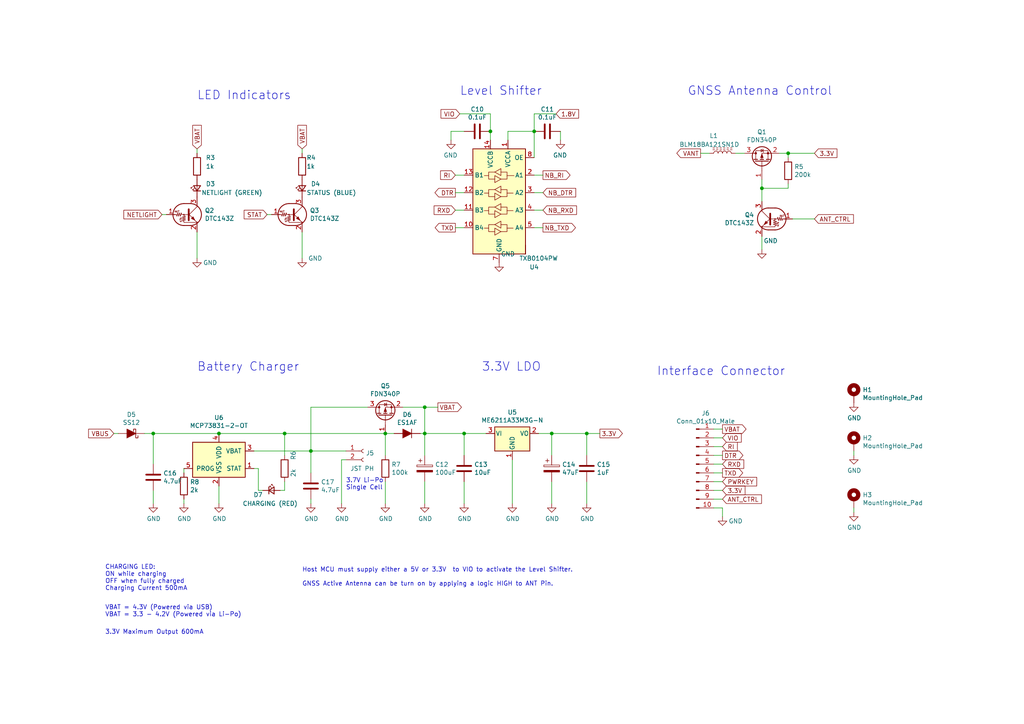
<source format=kicad_sch>
(kicad_sch (version 20230121) (generator eeschema)
  (paper "A4")
  (title_block (title "TechStudio.Design SIM7080G NB-IoT Shield") (date "2021-08-25") (rev "V1.2") (company "www.techstudio.design") (comment 3 "Copyright: Tech Studio Design, 2021") (comment 4 "Designed By: Henry Cheung"))
  (lib_symbols
    (symbol "Device:C" (pin_numbers hide) (pin_names (offset 0.254))
      (property "Reference" "C" (at 0.635 2.54 0))
      (property "Value" "C" (at 0.635 -2.54 0))
      (symbol "C_0_1"
        (polyline (pts (xy -2.032 -0.762) (xy 2.032 -0.762)) (stroke (width 0.508)))
        (polyline (pts (xy -2.032 0.762) (xy 2.032 0.762)) (stroke (width 0.508)))
      )
      (symbol "C_1_1"
        (pin passive line (at 0 3.81 270) (length 2.794) (name "~") (number "1"))
        (pin passive line (at 0 -3.81 90) (length 2.794) (name "~") (number "2"))
      )
    )
    (symbol "Device:LED_Small" (pin_numbers hide) (pin_names (offset 0.254) hide)
      (property "Reference" "D" (at -1.27 3.175 0))
      (property "Value" "LED_Small" (at -4.445 -2.54 0))
      (symbol "LED_Small_0_1"
        (polyline (pts (xy -0.762 -1.016) (xy -0.762 1.016)) (stroke (width 0.254)))
        (polyline (pts (xy 1.016 0) (xy -0.762 0)))
        (polyline (pts (xy 0.762 -1.016) (xy -0.762 0) (xy 0.762 1.016) (xy 0.762 -1.016)) (stroke (width 0.254)))
        (polyline (pts (xy 0 0.762) (xy -0.508 1.27) (xy -0.254 1.27) (xy -0.508 1.27) (xy -0.508 1.016)))
        (polyline (pts (xy 0.508 1.27) (xy 0 1.778) (xy 0.254 1.778) (xy 0 1.778) (xy 0 1.524)))
      )
      (symbol "LED_Small_1_1"
        (pin passive line (at -2.54 0 0) (length 1.778) (name "K") (number "1"))
        (pin passive line (at 2.54 0 180) (length 1.778) (name "A") (number "2"))
      )
    )
    (symbol "Device:Q_PMOS_GSD" (pin_names (offset 0) hide)
      (property "Reference" "Q" (at 5.08 1.27 0))
      (property "Value" "Q_PMOS_GSD" (at 5.08 -1.27 0))
      (symbol "Q_PMOS_GSD_0_1"
        (polyline (pts (xy 0.254 0) (xy -2.54 0)))
        (polyline (pts (xy 0.254 1.905) (xy 0.254 -1.905)) (stroke (width 0.254)))
        (polyline (pts (xy 0.762 -1.27) (xy 0.762 -2.286)) (stroke (width 0.254)))
        (polyline (pts (xy 0.762 0.508) (xy 0.762 -0.508)) (stroke (width 0.254)))
        (polyline (pts (xy 0.762 2.286) (xy 0.762 1.27)) (stroke (width 0.254)))
        (polyline (pts (xy 2.54 2.54) (xy 2.54 1.778)))
        (polyline (pts (xy 2.54 -2.54) (xy 2.54 0) (xy 0.762 0)))
        (polyline (pts (xy 0.762 1.778) (xy 3.302 1.778) (xy 3.302 -1.778) (xy 0.762 -1.778)))
        (polyline (pts (xy 2.286 0) (xy 1.27 0.381) (xy 1.27 -0.381) (xy 2.286 0)) (fill (type outline)))
        (polyline (pts (xy 2.794 -0.508) (xy 2.921 -0.381) (xy 3.683 -0.381) (xy 3.81 -0.254)))
        (polyline (pts (xy 3.302 -0.381) (xy 2.921 0.254) (xy 3.683 0.254) (xy 3.302 -0.381)))
        (circle (center 1.651 0) (radius 2.794) (stroke (width 0.254)))
        (circle (center 2.54 -1.778) (radius 0.254) (fill (type outline)))
        (circle (center 2.54 1.778) (radius 0.254) (fill (type outline)))
      )
      (symbol "Q_PMOS_GSD_1_1"
        (pin input line (at -5.08 0 0) (length 2.54) (name "G") (number "1"))
        (pin passive line (at 2.54 -5.08 90) (length 2.54) (name "S") (number "2"))
        (pin passive line (at 2.54 5.08 270) (length 2.54) (name "D") (number "3"))
      )
    )
    (symbol "Device:R" (pin_numbers hide) (pin_names (offset 0))
      (property "Reference" "R" (at 2.032 0 90))
      (property "Value" "R" (at 0 0 90))
      (symbol "R_0_1"
        (rectangle (start -1.016 -2.54) (end 1.016 2.54) (stroke (width 0.254)))
      )
      (symbol "R_1_1"
        (pin passive line (at 0 3.81 270) (length 1.27) (name "~") (number "1"))
        (pin passive line (at 0 -3.81 90) (length 1.27) (name "~") (number "2"))
      )
    )
    (symbol "Mechanical:MountingHole_Pad" (pin_numbers hide) (pin_names (offset 1.016) hide)
      (property "Reference" "H" (at 0 6.35 0))
      (property "Value" "MountingHole_Pad" (at 0 4.445 0))
      (symbol "MountingHole_Pad_0_1"
        (circle (center 0 1.27) (radius 1.27) (stroke (width 1.27)))
      )
      (symbol "MountingHole_Pad_1_1"
        (pin input line (at 0 -2.54 90) (length 2.54) (name "1") (number "1"))
      )
    )
    (symbol "Regulator_Linear:APE8865N-33-HF-3" (pin_names (offset 0.254))
      (property "Reference" "U" (at -3.81 3.175 0))
      (property "Value" "APE8865N-33-HF-3" (at 0 3.175 0))
      (symbol "APE8865N-33-HF-3_0_1"
        (rectangle (start -5.08 1.905) (end 5.08 -5.08) (stroke (width 0.254)) (fill (type background)))
      )
      (symbol "APE8865N-33-HF-3_1_1"
        (pin power_in line (at 0 -7.62 90) (length 2.54) (name "GND") (number "1"))
        (pin power_out line (at 7.62 0 180) (length 2.54) (name "VO") (number "2"))
        (pin power_in line (at -7.62 0 0) (length 2.54) (name "VI") (number "3"))
      )
    )
    (symbol "SIM7080-rescue:CP-Device" (pin_numbers hide) (pin_names (offset 0.254))
      (property "Reference" "C" (at 0.635 2.54 0))
      (property "Value" "Device_CP" (at 0.635 -2.54 0))
      (symbol "CP-Device_0_1"
        (rectangle (start -2.286 0.508) (end 2.286 1.016))
        (polyline (pts (xy -1.778 2.286) (xy -0.762 2.286)))
        (polyline (pts (xy -1.27 2.794) (xy -1.27 1.778)))
        (rectangle (start 2.286 -0.508) (end -2.286 -1.016) (fill (type outline)))
      )
      (symbol "CP-Device_1_1"
        (pin passive line (at 0 3.81 270) (length 2.794) (name "~") (number "1"))
        (pin passive line (at 0 -3.81 90) (length 2.794) (name "~") (number "2"))
      )
    )
    (symbol "SIM7080-rescue:Conn_01x02_Female-Connector" (pin_names (offset 1.016) hide)
      (property "Reference" "J" (at 0 2.54 0))
      (property "Value" "Connector_Conn_01x02_Female" (at 0 -5.08 0))
      (symbol "Conn_01x02_Female-Connector_1_1"
        (arc (start 0 -2.032) (mid -0.5058 -2.54) (end 0 -3.048) (stroke (width 0.1524)))
        (polyline (pts (xy -1.27 -2.54) (xy -0.508 -2.54)) (stroke (width 0.1524)))
        (polyline (pts (xy -1.27 0) (xy -0.508 0)) (stroke (width 0.1524)))
        (arc (start 0 0.508) (mid -0.5058 0) (end 0 -0.508) (stroke (width 0.1524)))
        (pin passive line (at -5.08 0 0) (length 3.81) (name "Pin_1") (number "1"))
        (pin passive line (at -5.08 -2.54 0) (length 3.81) (name "Pin_2") (number "2"))
      )
    )
    (symbol "SIM7080-rescue:Conn_01x10_Male-Connector" (pin_names (offset 1.016) hide)
      (property "Reference" "J" (at 0 12.7 0))
      (property "Value" "Connector_Conn_01x10_Male" (at 0 -15.24 0))
      (symbol "Conn_01x10_Male-Connector_1_1"
        (polyline (pts (xy 1.27 -12.7) (xy 0.8636 -12.7)) (stroke (width 0.1524)))
        (polyline (pts (xy 1.27 -10.16) (xy 0.8636 -10.16)) (stroke (width 0.1524)))
        (polyline (pts (xy 1.27 -7.62) (xy 0.8636 -7.62)) (stroke (width 0.1524)))
        (polyline (pts (xy 1.27 -5.08) (xy 0.8636 -5.08)) (stroke (width 0.1524)))
        (polyline (pts (xy 1.27 -2.54) (xy 0.8636 -2.54)) (stroke (width 0.1524)))
        (polyline (pts (xy 1.27 0) (xy 0.8636 0)) (stroke (width 0.1524)))
        (polyline (pts (xy 1.27 2.54) (xy 0.8636 2.54)) (stroke (width 0.1524)))
        (polyline (pts (xy 1.27 5.08) (xy 0.8636 5.08)) (stroke (width 0.1524)))
        (polyline (pts (xy 1.27 7.62) (xy 0.8636 7.62)) (stroke (width 0.1524)))
        (polyline (pts (xy 1.27 10.16) (xy 0.8636 10.16)) (stroke (width 0.1524)))
        (rectangle (start 0.8636 -12.573) (end 0 -12.827) (stroke (width 0.1524)) (fill (type outline)))
        (rectangle (start 0.8636 -10.033) (end 0 -10.287) (stroke (width 0.1524)) (fill (type outline)))
        (rectangle (start 0.8636 -7.493) (end 0 -7.747) (stroke (width 0.1524)) (fill (type outline)))
        (rectangle (start 0.8636 -4.953) (end 0 -5.207) (stroke (width 0.1524)) (fill (type outline)))
        (rectangle (start 0.8636 -2.413) (end 0 -2.667) (stroke (width 0.1524)) (fill (type outline)))
        (rectangle (start 0.8636 0.127) (end 0 -0.127) (stroke (width 0.1524)) (fill (type outline)))
        (rectangle (start 0.8636 2.667) (end 0 2.413) (stroke (width 0.1524)) (fill (type outline)))
        (rectangle (start 0.8636 5.207) (end 0 4.953) (stroke (width 0.1524)) (fill (type outline)))
        (rectangle (start 0.8636 7.747) (end 0 7.493) (stroke (width 0.1524)) (fill (type outline)))
        (rectangle (start 0.8636 10.287) (end 0 10.033) (stroke (width 0.1524)) (fill (type outline)))
        (pin passive line (at 5.08 10.16 180) (length 3.81) (name "Pin_1") (number "1"))
        (pin passive line (at 5.08 -12.7 180) (length 3.81) (name "Pin_10") (number "10"))
        (pin passive line (at 5.08 7.62 180) (length 3.81) (name "Pin_2") (number "2"))
        (pin passive line (at 5.08 5.08 180) (length 3.81) (name "Pin_3") (number "3"))
        (pin passive line (at 5.08 2.54 180) (length 3.81) (name "Pin_4") (number "4"))
        (pin passive line (at 5.08 0 180) (length 3.81) (name "Pin_5") (number "5"))
        (pin passive line (at 5.08 -2.54 180) (length 3.81) (name "Pin_6") (number "6"))
        (pin passive line (at 5.08 -5.08 180) (length 3.81) (name "Pin_7") (number "7"))
        (pin passive line (at 5.08 -7.62 180) (length 3.81) (name "Pin_8") (number "8"))
        (pin passive line (at 5.08 -10.16 180) (length 3.81) (name "Pin_9") (number "9"))
      )
    )
    (symbol "SIM7080-rescue:D_ALT-Device" (pin_numbers hide) (pin_names (offset 1.016) hide)
      (property "Reference" "D" (at 0 2.54 0))
      (property "Value" "Device_D_ALT" (at 0 -2.54 0))
      (symbol "D_ALT-Device_0_1"
        (polyline (pts (xy -1.27 1.27) (xy -1.27 -1.27)) (stroke (width 0.2032)))
        (polyline (pts (xy 1.27 0) (xy -1.27 0)))
        (polyline (pts (xy 1.27 1.27) (xy 1.27 -1.27) (xy -1.27 0) (xy 1.27 1.27)) (stroke (width 0.2032)) (fill (type outline)))
      )
      (symbol "D_ALT-Device_1_1"
        (pin passive line (at -3.81 0 0) (length 2.54) (name "K") (number "1"))
        (pin passive line (at 3.81 0 180) (length 2.54) (name "A") (number "2"))
      )
    )
    (symbol "SIM7080-rescue:D_Schottky_ALT-Device" (pin_numbers hide) (pin_names (offset 1.016) hide)
      (property "Reference" "D" (at 0 2.54 0))
      (property "Value" "Device_D_Schottky_ALT" (at 0 -2.54 0))
      (symbol "D_Schottky_ALT-Device_0_1"
        (polyline (pts (xy 1.27 0) (xy -1.27 0)))
        (polyline (pts (xy 1.27 1.27) (xy 1.27 -1.27) (xy -1.27 0) (xy 1.27 1.27)) (stroke (width 0.2032)) (fill (type outline)))
        (polyline (pts (xy -1.905 0.635) (xy -1.905 1.27) (xy -1.27 1.27) (xy -1.27 -1.27) (xy -0.635 -1.27) (xy -0.635 -0.635)) (stroke (width 0.2032)))
      )
      (symbol "D_Schottky_ALT-Device_1_1"
        (pin passive line (at -3.81 0 0) (length 2.54) (name "K") (number "1"))
        (pin passive line (at 3.81 0 180) (length 2.54) (name "A") (number "2"))
      )
    )
    (symbol "SIM7080-rescue:L_Core_Ferrite-Device" (pin_numbers hide) (pin_names (offset 1.016) hide)
      (property "Reference" "L" (at -1.27 0 90))
      (property "Value" "Device_L_Core_Ferrite" (at 2.794 0 90))
      (symbol "L_Core_Ferrite-Device_0_1"
        (arc (start 0 -2.54) (mid 0.6323 -1.905) (end 0 -1.27))
        (arc (start 0 -1.27) (mid 0.6323 -0.635) (end 0 0))
        (polyline (pts (xy 1.016 -2.794) (xy 1.016 -2.286)))
        (polyline (pts (xy 1.016 -1.778) (xy 1.016 -1.27)))
        (polyline (pts (xy 1.016 -0.762) (xy 1.016 -0.254)))
        (polyline (pts (xy 1.016 0.254) (xy 1.016 0.762)))
        (polyline (pts (xy 1.016 1.27) (xy 1.016 1.778)))
        (polyline (pts (xy 1.016 2.286) (xy 1.016 2.794)))
        (polyline (pts (xy 1.524 -2.286) (xy 1.524 -2.794)))
        (polyline (pts (xy 1.524 -1.27) (xy 1.524 -1.778)))
        (polyline (pts (xy 1.524 -0.254) (xy 1.524 -0.762)))
        (polyline (pts (xy 1.524 0.762) (xy 1.524 0.254)))
        (polyline (pts (xy 1.524 1.778) (xy 1.524 1.27)))
        (polyline (pts (xy 1.524 2.794) (xy 1.524 2.286)))
        (arc (start 0 0) (mid 0.6323 0.635) (end 0 1.27))
        (arc (start 0 1.27) (mid 0.6323 1.905) (end 0 2.54))
      )
      (symbol "L_Core_Ferrite-Device_1_1"
        (pin passive line (at 0 3.81 270) (length 1.27) (name "1") (number "1"))
        (pin passive line (at 0 -3.81 90) (length 1.27) (name "2") (number "2"))
      )
    )
    (symbol "SIM7080-rescue:MCP73831-2-OT-Battery_Management" (pin_names (offset 1.016))
      (property "Reference" "U" (at -7.62 6.35 0))
      (property "Value" "Battery_Management_MCP73831-2-OT" (at 1.27 6.35 0))
      (symbol "MCP73831-2-OT-Battery_Management_0_1"
        (rectangle (start -7.62 5.08) (end 7.62 -5.08) (stroke (width 0.254)) (fill (type background)))
      )
      (symbol "MCP73831-2-OT-Battery_Management_1_1"
        (pin output line (at 10.16 -2.54 180) (length 2.54) (name "STAT") (number "1"))
        (pin power_in line (at 0 -7.62 90) (length 2.54) (name "VSS") (number "2"))
        (pin power_out line (at 10.16 2.54 180) (length 2.54) (name "VBAT") (number "3"))
        (pin power_in line (at 0 7.62 270) (length 2.54) (name "VDD") (number "4"))
        (pin input line (at -10.16 -2.54 0) (length 2.54) (name "PROG") (number "5"))
      )
    )
    (symbol "SIM7080-rescue:TXB0104PW-Logic_LevelTranslator"
      (property "Reference" "U" (at -6.35 16.51 0))
      (property "Value" "Logic_LevelTranslator_TXB0104PW" (at 3.81 16.51 0))
      (symbol "TXB0104PW-Logic_LevelTranslator_0_1"
        (rectangle (start -7.62 -15.24) (end -7.62 -12.7) (stroke (width 0.254)))
        (rectangle (start -7.62 15.24) (end 7.62 -15.24) (stroke (width 0.254)) (fill (type background)))
        (polyline (pts (xy -2.286 -7.747) (xy -2.286 -6.731) (xy -0.508 -6.731)))
        (polyline (pts (xy -2.286 -2.667) (xy -2.286 -1.651) (xy -0.508 -1.651)))
        (polyline (pts (xy -2.286 2.413) (xy -2.286 3.429) (xy -0.508 3.429)))
        (polyline (pts (xy -2.286 7.493) (xy -2.286 8.509) (xy -0.508 8.509)))
        (polyline (pts (xy 3.048 -7.747) (xy 3.048 -8.763) (xy 1.27 -8.763)))
        (polyline (pts (xy 3.048 -2.667) (xy 3.048 -3.683) (xy 1.27 -3.683)))
        (polyline (pts (xy 3.048 2.413) (xy 3.048 1.397) (xy 1.27 1.397)))
        (polyline (pts (xy 3.048 7.493) (xy 3.048 6.477) (xy 1.27 6.477)))
        (polyline (pts (xy -0.508 -8.763) (xy -2.286 -8.763) (xy -2.286 -7.747) (xy -4.064 -7.747)))
        (polyline (pts (xy -0.508 -8.763) (xy 1.27 -7.747) (xy 1.27 -9.779) (xy -0.508 -8.763)))
        (polyline (pts (xy -0.508 -3.683) (xy -2.286 -3.683) (xy -2.286 -2.667) (xy -4.064 -2.667)))
        (polyline (pts (xy -0.508 -3.683) (xy 1.27 -2.667) (xy 1.27 -4.699) (xy -0.508 -3.683)))
        (polyline (pts (xy -0.508 1.397) (xy -2.286 1.397) (xy -2.286 2.413) (xy -4.064 2.413)))
        (polyline (pts (xy -0.508 1.397) (xy 1.27 2.413) (xy 1.27 0.381) (xy -0.508 1.397)))
        (polyline (pts (xy -0.508 6.477) (xy -2.286 6.477) (xy -2.286 7.493) (xy -4.318 7.493)))
        (polyline (pts (xy -0.508 6.477) (xy 1.27 7.493) (xy 1.27 5.461) (xy -0.508 6.477)))
        (polyline (pts (xy 1.27 -6.731) (xy -0.508 -7.747) (xy -0.508 -5.715) (xy 1.27 -6.731)))
        (polyline (pts (xy 1.27 -6.731) (xy 3.048 -6.731) (xy 3.048 -7.747) (xy 4.318 -7.747)))
        (polyline (pts (xy 1.27 -1.651) (xy -0.508 -2.667) (xy -0.508 -0.635) (xy 1.27 -1.651)))
        (polyline (pts (xy 1.27 -1.651) (xy 3.048 -1.651) (xy 3.048 -2.667) (xy 4.318 -2.667)))
        (polyline (pts (xy 1.27 3.429) (xy -0.508 2.413) (xy -0.508 4.445) (xy 1.27 3.429)))
        (polyline (pts (xy 1.27 3.429) (xy 3.048 3.429) (xy 3.048 2.413) (xy 4.318 2.413)))
        (polyline (pts (xy 1.27 8.509) (xy -0.508 7.493) (xy -0.508 9.525) (xy 1.27 8.509)))
        (polyline (pts (xy 1.27 8.509) (xy 3.048 8.509) (xy 3.048 7.493) (xy 4.318 7.493)))
      )
      (symbol "TXB0104PW-Logic_LevelTranslator_1_1"
        (pin power_in line (at -2.54 17.78 270) (length 2.54) (name "VCCA") (number "1"))
        (pin bidirectional line (at 10.16 -7.62 180) (length 2.54) (name "B4") (number "10"))
        (pin bidirectional line (at 10.16 -2.54 180) (length 2.54) (name "B3") (number "11"))
        (pin bidirectional line (at 10.16 2.54 180) (length 2.54) (name "B2") (number "12"))
        (pin bidirectional line (at 10.16 7.62 180) (length 2.54) (name "B1") (number "13"))
        (pin power_in line (at 2.54 17.78 270) (length 2.54) (name "VCCB") (number "14"))
        (pin bidirectional line (at -10.16 7.62 0) (length 2.54) (name "A1") (number "2"))
        (pin bidirectional line (at -10.16 2.54 0) (length 2.54) (name "A2") (number "3"))
        (pin bidirectional line (at -10.16 -2.54 0) (length 2.54) (name "A3") (number "4"))
        (pin bidirectional line (at -10.16 -7.62 0) (length 2.54) (name "A4") (number "5"))
        (pin no_connect line (at -10.16 -12.7 0) (length 2.54) hide (name "NC") (number "6"))
        (pin power_in line (at 0 -17.78 90) (length 2.54) (name "GND") (number "7"))
        (pin input line (at -10.16 12.7 0) (length 2.54) (name "OE") (number "8"))
        (pin no_connect line (at 10.16 -12.7 180) (length 2.54) hide (name "NC") (number "9"))
      )
    )
    (symbol "Transistor_BJT:DTC143Z" (pin_names (offset 0) hide)
      (property "Reference" "Q" (at 5.08 1.905 0))
      (property "Value" "DTC143Z" (at 5.08 0 0))
      (symbol "DTC143Z_0_0"
        (text "47k" (at -2.159 -1.524 900) (effects (font (size 0.508 0.508))))
        (text "4k7" (at -3.302 0.889 0) (effects (font (size 0.508 0.508))))
      )
      (symbol "DTC143Z_0_1"
        (circle (center -1.27 0) (radius 0.127))
        (arc (start -1.27 3.175) (mid -4.4312 0) (end -1.27 -3.175) (stroke (width 0.254)))
        (polyline (pts (xy -3.429 0) (xy -3.81 0)))
        (polyline (pts (xy -1.27 -3.175) (xy 0.635 -3.175)) (stroke (width 0.254)))
        (polyline (pts (xy -1.27 3.175) (xy 0.635 3.175)) (stroke (width 0.254)))
        (polyline (pts (xy 0 -0.254) (xy 2.54 2.286)))
        (polyline (pts (xy 0.127 1.524) (xy 0.127 -1.651)) (stroke (width 0.508)) (fill (type outline)))
        (polyline (pts (xy 2.54 2.286) (xy 2.54 2.54)))
        (polyline (pts (xy 2.54 -2.286) (xy 0 0.254) (xy 0 0.254)))
        (polyline (pts (xy 0.889 -1.143) (xy 1.397 -0.635) (xy 1.905 -1.651) (xy 0.889 -1.143)) (fill (type outline)))
        (polyline (pts (xy 0 0) (xy -1.905 0) (xy -2.032 0.508) (xy -2.286 -0.508) (xy -2.54 0.508) (xy -2.794 -0.508) (xy -3.048 0.508) (xy -3.302 -0.508) (xy -3.429 0)))
        (polyline (pts (xy -1.27 0) (xy -1.27 -0.381) (xy -0.762 -0.508) (xy -1.778 -0.762) (xy -0.762 -1.016) (xy -1.778 -1.27) (xy -0.762 -1.524) (xy -1.778 -1.778) (xy -1.27 -1.905) (xy -1.27 -2.286) (xy 2.54 -2.286)))
        (arc (start 0.635 -3.175) (mid 3.7962 0) (end 0.635 3.175) (stroke (width 0.254)))
        (circle (center 2.54 -2.286) (radius 0.127))
      )
      (symbol "DTC143Z_1_1"
        (pin input line (at -6.35 0 0) (length 2.54) (name "B") (number "1"))
        (pin passive line (at 2.54 -5.08 90) (length 2.54) (name "E") (number "2"))
        (pin passive line (at 2.54 5.08 270) (length 2.54) (name "C") (number "3"))
      )
    )
    (symbol "power:GND" (power) (pin_names (offset 0))
      (property "Value" "GND" (at 0 -3.81 0))
      (symbol "GND_0_1"
        (polyline (pts (xy 0 0) (xy 0 -1.27) (xy 1.27 -1.27) (xy 0 -2.54) (xy -1.27 -1.27) (xy 0 -1.27)))
      )
      (symbol "GND_1_1"
        (pin power_in line (at 0 0 270) (length 0) hide (name "GND") (number "1"))
      )
    )
  )
  (junction (at 154.94 38.1))
  (junction (at 220.98 54.61))
  (junction (at 111.76 125.73))
  (junction (at 63.5 125.73))
  (junction (at 142.24 38.1))
  (junction (at 90.17 130.81))
  (junction (at 160.02 125.73))
  (junction (at 123.19 118.11))
  (junction (at 228.6 44.45))
  (junction (at 123.19 125.73))
  (junction (at 82.55 125.73))
  (junction (at 134.62 125.73))
  (junction (at 44.45 125.73))
  (junction (at 170.18 125.73))
  (wire (pts (xy 82.55 139.7) (xy 82.55 142.24)))
  (wire (pts (xy 82.55 142.24) (xy 81.28 142.24)))
  (wire (pts (xy 247.65 130.81) (xy 247.65 132.08)))
  (wire (pts (xy 90.17 144.78) (xy 90.17 146.05)))
  (wire (pts (xy 41.91 125.73) (xy 44.45 125.73)))
  (wire (pts (xy 82.55 125.73) (xy 63.5 125.73)))
  (wire (pts (xy 44.45 125.73) (xy 63.5 125.73)))
  (wire (pts (xy 111.76 139.7) (xy 111.76 146.05)))
  (wire (pts (xy 170.18 125.73) (xy 170.18 132.08)))
  (wire (pts (xy 236.22 63.5) (xy 229.87 63.5)))
  (wire (pts (xy 57.15 67.31) (xy 57.15 74.93)))
  (wire (pts (xy 154.94 38.1) (xy 154.94 45.72)))
  (wire (pts (xy 154.94 33.02) (xy 154.94 38.1)))
  (wire (pts (xy 247.65 147.32) (xy 247.65 148.59)))
  (wire (pts (xy 132.08 60.96) (xy 134.62 60.96)))
  (wire (pts (xy 134.62 125.73) (xy 140.97 125.73)))
  (wire (pts (xy 123.19 125.73) (xy 134.62 125.73)))
  (wire (pts (xy 90.17 130.81) (xy 90.17 137.16)))
  (wire (pts (xy 134.62 146.05) (xy 134.62 139.7)))
  (wire (pts (xy 34.29 125.73) (xy 33.02 125.73)))
  (wire (pts (xy 44.45 142.24) (xy 44.45 146.05)))
  (wire (pts (xy 228.6 54.61) (xy 228.6 53.34)))
  (wire (pts (xy 134.62 132.08) (xy 134.62 125.73)))
  (wire (pts (xy 57.15 43.18) (xy 57.15 44.45)))
  (wire (pts (xy 133.35 33.02) (xy 142.24 33.02)))
  (wire (pts (xy 207.01 127) (xy 209.55 127)))
  (wire (pts (xy 74.93 142.24) (xy 74.93 135.89)))
  (wire (pts (xy 228.6 44.45) (xy 226.06 44.45)))
  (wire (pts (xy 46.99 62.23) (xy 48.26 62.23)))
  (wire (pts (xy 207.01 134.62) (xy 209.55 134.62)))
  (wire (pts (xy 76.2 142.24) (xy 74.93 142.24)))
  (wire (pts (xy 74.93 135.89) (xy 73.66 135.89)))
  (wire (pts (xy 123.19 139.7) (xy 123.19 146.05)))
  (wire (pts (xy 236.22 44.45) (xy 228.6 44.45)))
  (wire (pts (xy 157.48 50.8) (xy 154.94 50.8)))
  (wire (pts (xy 209.55 144.78) (xy 207.01 144.78)))
  (wire (pts (xy 157.48 55.88) (xy 154.94 55.88)))
  (wire (pts (xy 207.01 132.08) (xy 209.55 132.08)))
  (wire (pts (xy 220.98 54.61) (xy 220.98 58.42)))
  (wire (pts (xy 220.98 68.58) (xy 220.98 72.39)))
  (wire (pts (xy 63.5 140.97) (xy 63.5 146.05)))
  (wire (pts (xy 157.48 66.04) (xy 154.94 66.04)))
  (wire (pts (xy 73.66 130.81) (xy 90.17 130.81)))
  (wire (pts (xy 123.19 118.11) (xy 123.19 125.73)))
  (wire (pts (xy 209.55 147.32) (xy 209.55 149.86)))
  (wire (pts (xy 114.3 125.73) (xy 111.76 125.73)))
  (wire (pts (xy 220.98 54.61) (xy 228.6 54.61)))
  (wire (pts (xy 148.59 133.35) (xy 148.59 146.05)))
  (wire (pts (xy 130.81 38.1) (xy 130.81 40.64)))
  (wire (pts (xy 90.17 130.81) (xy 100.33 130.81)))
  (wire (pts (xy 160.02 125.73) (xy 160.02 132.08)))
  (wire (pts (xy 213.36 44.45) (xy 215.9 44.45)))
  (wire (pts (xy 116.84 118.11) (xy 123.19 118.11)))
  (wire (pts (xy 209.55 124.46) (xy 207.01 124.46)))
  (wire (pts (xy 162.56 38.1) (xy 162.56 40.64)))
  (wire (pts (xy 82.55 125.73) (xy 111.76 125.73)))
  (wire (pts (xy 53.34 144.78) (xy 53.34 146.05)))
  (wire (pts (xy 121.92 125.73) (xy 123.19 125.73)))
  (wire (pts (xy 207.01 129.54) (xy 209.55 129.54)))
  (wire (pts (xy 90.17 118.11) (xy 106.68 118.11)))
  (wire (pts (xy 173.99 125.73) (xy 170.18 125.73)))
  (wire (pts (xy 132.08 50.8) (xy 134.62 50.8)))
  (wire (pts (xy 87.63 67.31) (xy 87.63 74.93)))
  (wire (pts (xy 90.17 118.11) (xy 90.17 130.81)))
  (wire (pts (xy 160.02 139.7) (xy 160.02 146.05)))
  (wire (pts (xy 44.45 125.73) (xy 44.45 134.62)))
  (wire (pts (xy 111.76 125.73) (xy 111.76 132.08)))
  (wire (pts (xy 100.33 133.35) (xy 99.06 133.35)))
  (wire (pts (xy 82.55 125.73) (xy 82.55 132.08)))
  (wire (pts (xy 142.24 38.1) (xy 142.24 33.02)))
  (wire (pts (xy 77.47 62.23) (xy 78.74 62.23)))
  (wire (pts (xy 160.02 125.73) (xy 170.18 125.73)))
  (wire (pts (xy 134.62 38.1) (xy 130.81 38.1)))
  (wire (pts (xy 220.98 52.07) (xy 220.98 54.61)))
  (wire (pts (xy 209.55 142.24) (xy 207.01 142.24)))
  (wire (pts (xy 209.55 137.16) (xy 207.01 137.16)))
  (wire (pts (xy 132.08 66.04) (xy 134.62 66.04)))
  (wire (pts (xy 156.21 125.73) (xy 160.02 125.73)))
  (wire (pts (xy 207.01 147.32) (xy 209.55 147.32)))
  (wire (pts (xy 170.18 139.7) (xy 170.18 146.05)))
  (wire (pts (xy 228.6 45.72) (xy 228.6 44.45)))
  (wire (pts (xy 53.34 135.89) (xy 53.34 137.16)))
  (wire (pts (xy 209.55 139.7) (xy 207.01 139.7)))
  (wire (pts (xy 157.48 60.96) (xy 154.94 60.96)))
  (wire (pts (xy 154.94 38.1) (xy 147.32 38.1)))
  (wire (pts (xy 147.32 38.1) (xy 147.32 40.64)))
  (wire (pts (xy 161.29 33.02) (xy 154.94 33.02)))
  (wire (pts (xy 203.2 44.45) (xy 205.74 44.45)))
  (wire (pts (xy 123.19 118.11) (xy 127 118.11)))
  (wire (pts (xy 132.08 55.88) (xy 134.62 55.88)))
  (wire (pts (xy 99.06 133.35) (xy 99.06 146.05)))
  (wire (pts (xy 87.63 43.18) (xy 87.63 44.45)))
  (wire (pts (xy 123.19 125.73) (xy 123.19 132.08)))
  (wire (pts (xy 142.24 38.1) (xy 142.24 40.64)))
  (text "LED Indicators" (at 57.15 29.21 0) (effects (font (size 2.4892 2.4892)) (justify left bottom)))
  (text "Interface Connector" (at 190.5 109.22 0) (effects (font (size 2.4892 2.4892)) (justify left bottom)))
  (text "3.7V Li-Po\nSingle Cell" (at 100.33 142.24 0) (effects (font (size 1.27 1.27)) (justify left bottom)))
  (text "Battery Charger" (at 57.15 107.95 0) (effects (font (size 2.4892 2.4892)) (justify left bottom)))
  (text "Host MCU must supply either a 5V or 3.3V  to VIO to activate the Level Shifter.\n\nGNSS Active Antenna can be turn on by applying a logic HIGH to ANT Pin." (at 87.63 170.18 0) (effects (font (size 1.27 1.27)) (justify left bottom)))
  (text "Level Shifter" (at 133.35 27.94 0) (effects (font (size 2.4892 2.4892)) (justify left bottom)))
  (text "VBAT = 4.3V (Powered via USB)\nVBAT = 3.3 - 4.2V (Powered via Li-Po)" (at 30.48 179.07 0) (effects (font (size 1.27 1.27)) (justify left bottom)))
  (text "3.3V LDO" (at 139.7 107.95 0) (effects (font (size 2.4892 2.4892)) (justify left bottom)))
  (text "CHARGING LED:\nON while charging\nOFF when fully charged\nCharging Current 500mA" (at 30.48 171.45 0) (effects (font (size 1.27 1.27)) (justify left bottom)))
  (text "GNSS Antenna Control" (at 199.39 27.94 0) (effects (font (size 2.4892 2.4892)) (justify left bottom)))
  (text "3.3V Maximum Output 600mA" (at 30.48 184.15 0) (effects (font (size 1.27 1.27)) (justify left bottom)))
  (global_label "NB_TXD" (shape output) (at 157.48 66.04 0) (property "Intersheetrefs" "${INTERSHEET_REFS}" (effects hide)))
  (global_label "VIO" (shape input) (at 209.55 127 0) (property "Intersheetrefs" "${INTERSHEET_REFS}" (effects hide)))
  (global_label "NETLIGHT" (shape input) (at 46.99 62.23 180) (property "Intersheetrefs" "${INTERSHEET_REFS}" (effects hide)))
  (global_label "STAT" (shape input) (at 77.47 62.23 180) (property "Intersheetrefs" "${INTERSHEET_REFS}" (effects hide)))
  (global_label "TXD" (shape output) (at 132.08 66.04 180) (property "Intersheetrefs" "${INTERSHEET_REFS}" (effects hide)))
  (global_label "VBAT" (shape output) (at 127 118.11 0) (property "Intersheetrefs" "${INTERSHEET_REFS}" (effects hide)))
  (global_label "RXD" (shape input) (at 132.08 60.96 180) (property "Intersheetrefs" "${INTERSHEET_REFS}" (effects hide)))
  (global_label "RXD" (shape input) (at 209.55 134.62 0) (property "Intersheetrefs" "${INTERSHEET_REFS}" (effects hide)))
  (global_label "1.8V" (shape input) (at 161.29 33.02 0) (property "Intersheetrefs" "${INTERSHEET_REFS}" (effects hide)))
  (global_label "VBAT" (shape input) (at 87.63 43.18 90) (property "Intersheetrefs" "${INTERSHEET_REFS}" (effects hide)))
  (global_label "3.3V" (shape output) (at 173.99 125.73 0) (property "Intersheetrefs" "${INTERSHEET_REFS}" (effects hide)))
  (global_label "PWRKEY" (shape input) (at 209.55 139.7 0) (property "Intersheetrefs" "${INTERSHEET_REFS}" (effects hide)))
  (global_label "NB_RI" (shape output) (at 157.48 50.8 0) (property "Intersheetrefs" "${INTERSHEET_REFS}" (effects hide)))
  (global_label "NB_DTR" (shape input) (at 157.48 55.88 0) (property "Intersheetrefs" "${INTERSHEET_REFS}" (effects hide)))
  (global_label "DTR" (shape output) (at 132.08 55.88 180) (property "Intersheetrefs" "${INTERSHEET_REFS}" (effects hide)))
  (global_label "VANT" (shape output) (at 203.2 44.45 180) (property "Intersheetrefs" "${INTERSHEET_REFS}" (effects hide)))
  (global_label "3.3V" (shape input) (at 236.22 44.45 0) (property "Intersheetrefs" "${INTERSHEET_REFS}" (effects hide)))
  (global_label "3.3V" (shape input) (at 209.55 142.24 0) (property "Intersheetrefs" "${INTERSHEET_REFS}" (effects hide)))
  (global_label "TXD" (shape output) (at 209.55 137.16 0) (property "Intersheetrefs" "${INTERSHEET_REFS}" (effects hide)))
  (global_label "VIO" (shape input) (at 133.35 33.02 180) (property "Intersheetrefs" "${INTERSHEET_REFS}" (effects hide)))
  (global_label "VBAT" (shape output) (at 209.55 124.46 0) (property "Intersheetrefs" "${INTERSHEET_REFS}" (effects hide)))
  (global_label "RI" (shape input) (at 132.08 50.8 180) (property "Intersheetrefs" "${INTERSHEET_REFS}" (effects hide)))
  (global_label "ANT_CTRL" (shape input) (at 209.55 144.78 0) (property "Intersheetrefs" "${INTERSHEET_REFS}" (effects hide)))
  (global_label "VBAT" (shape input) (at 57.15 43.18 90) (property "Intersheetrefs" "${INTERSHEET_REFS}" (effects hide)))
  (global_label "VBUS" (shape input) (at 33.02 125.73 180) (property "Intersheetrefs" "${INTERSHEET_REFS}" (effects hide)))
  (global_label "RI" (shape input) (at 209.55 129.54 0) (property "Intersheetrefs" "${INTERSHEET_REFS}" (effects hide)))
  (global_label "NB_RXD" (shape input) (at 157.48 60.96 0) (property "Intersheetrefs" "${INTERSHEET_REFS}" (effects hide)))
  (global_label "ANT_CTRL" (shape input) (at 236.22 63.5 0) (property "Intersheetrefs" "${INTERSHEET_REFS}" (effects hide)))
  (global_label "DTR" (shape output) (at 209.55 132.08 0) (property "Intersheetrefs" "${INTERSHEET_REFS}" (effects hide)))
  (symbol (lib_id "Device:R") (at 87.63 48.26 0) (unit 1)
    (property "Reference" "R4" (at 88.9 45.72 0) (effects (justify left)))
    (property "Value" "1k" (at 88.9 48.26 0) (effects (justify left)))
    (property "Footprint" "Resistor_SMD:R_0603_1608Metric_Pad1.05x0.95mm_HandSolder" (effects hide))
  )
  (symbol (lib_id "Device:R") (at 57.15 48.26 0) (unit 1)
    (property "Reference" "R3" (at 59.69 45.72 0) (effects (justify left)))
    (property "Value" "1k" (at 59.69 48.26 0) (effects (justify left)))
    (property "Footprint" "Resistor_SMD:R_0603_1608Metric_Pad1.05x0.95mm_HandSolder" (effects hide))
  )
  (symbol (lib_id "Device:LED_Small") (at 57.15 54.61 90) (unit 1)
    (property "Reference" "D3" (at 59.69 53.34 90) (effects (justify right)))
    (property "Value" "NETLIGHT (GREEN)" (at 58.42 55.88 90) (effects (justify right)))
    (property "Footprint" "LED_SMD:LED_0603_1608Metric_Pad1.05x0.95mm_HandSolder" (effects hide))
  )
  (symbol (lib_id "Device:LED_Small") (at 87.63 54.61 90) (unit 1)
    (property "Reference" "D4" (at 90.17 53.34 90) (effects (justify right)))
    (property "Value" "STATUS (BLUE)" (at 88.9 55.88 90) (effects (justify right)))
    (property "Footprint" "LED_SMD:LED_0603_1608Metric_Pad1.05x0.95mm_HandSolder" (effects hide))
  )
  (symbol (lib_id "power:GND") (at 87.63 74.93 0) (unit 1)
    (property "Reference" "#PWR018" (effects hide))
    (property "Value" "GND" (at 91.44 74.93 0))
  )
  (symbol (lib_id "power:GND") (at 57.15 74.93 0) (unit 1)
    (property "Reference" "#PWR017" (effects hide))
    (property "Value" "GND" (at 60.96 76.2 0))
  )
  (symbol (lib_id "SIM7080-rescue:Conn_01x02_Female-Connector") (at 105.41 130.81 0) (unit 1)
    (property "Reference" "J?" (at 106.1212 131.4196 0) (effects (justify left)))
    (property "Value" "JST PH" (at 101.6 135.89 0) (effects (justify left)))
    (property "Footprint" "Connector_JST:JST_PH_S2B-PH-K_1x02_P2.00mm_Horizontal" (effects hide))
    (instances (project "SIM7080" (path "" (reference "J5") (unit 1)) (path "" (reference "J?") (unit 1))))
  )
  (symbol (lib_id "SIM7080-rescue:TXB0104PW-Logic_LevelTranslator") (at 144.78 58.42 0) (mirror y) (unit 1)
    (property "Reference" "U?" (at 154.94 77.47 0))
    (property "Value" "TXB0104PW" (at 156.21 74.93 0))
    (property "Footprint" "Package_SO:TSSOP-14_4.4x5mm_P0.65mm" (effects hide))
    (property "Datasheet" "http://www.ti.com/lit/ds/symlink/txb0104.pdf" (effects hide))
    (instances (project "SIM7080" (path "" (reference "U4") (unit 1)) (path "" (reference "U?") (unit 1))))
  )
  (symbol (lib_id "Device:C") (at 138.43 38.1 270) (mirror x) (unit 1)
    (property "Reference" "C?" (at 138.43 31.6992 90))
    (property "Value" "0.1uF" (at 138.43 34.0106 90))
    (property "Footprint" "Capacitor_SMD:C_0603_1608Metric_Pad1.05x0.95mm_HandSolder" (effects hide))
    (instances (project "SIM7080" (path "" (reference "C10") (unit 1)) (path "" (reference "C?") (unit 1))))
  )
  (symbol (lib_id "Device:C") (at 158.75 38.1 270) (mirror x) (unit 1)
    (property "Reference" "C?" (at 158.75 31.6992 90))
    (property "Value" "0.1uF" (at 158.75 34.0106 90))
    (property "Footprint" "Capacitor_SMD:C_0603_1608Metric_Pad1.05x0.95mm_HandSolder" (effects hide))
    (instances (project "SIM7080" (path "" (reference "C11") (unit 1)) (path "" (reference "C?") (unit 1))))
  )
  (symbol (lib_id "power:GND") (at 144.78 76.2 0) (mirror y) (unit 1)
    (property "Reference" "#PWR?" (effects hide))
    (property "Value" "GND" (at 147.32 73.66 0))
    (instances (project "SIM7080" (path "" (reference "#PWR019") (unit 1)) (path "" (reference "#PWR?") (unit 1))))
  )
  (symbol (lib_id "power:GND") (at 130.81 40.64 0) (mirror y) (unit 1)
    (property "Reference" "#PWR?" (effects hide))
    (property "Value" "GND" (at 130.683 45.0342 0))
    (instances (project "SIM7080" (path "" (reference "#PWR014") (unit 1)) (path "" (reference "#PWR?") (unit 1))))
  )
  (symbol (lib_id "power:GND") (at 162.56 40.64 0) (mirror y) (unit 1)
    (property "Reference" "#PWR?" (effects hide))
    (property "Value" "GND" (at 162.433 45.0342 0))
    (instances (project "SIM7080" (path "" (reference "#PWR015") (unit 1)) (path "" (reference "#PWR?") (unit 1))))
  )
  (symbol (lib_id "Device:R") (at 111.76 135.89 0) (unit 1)
    (property "Reference" "R7" (at 113.538 134.7216 0) (effects (justify left)))
    (property "Value" "100k" (at 113.538 137.033 0) (effects (justify left)))
    (property "Footprint" "Resistor_SMD:R_0603_1608Metric_Pad1.05x0.95mm_HandSolder" (effects hide))
  )
  (symbol (lib_id "Device:Q_PMOS_GSD") (at 111.76 120.65 90) (unit 1)
    (property "Reference" "Q5" (at 111.76 111.9378 90))
    (property "Value" "FDN340P" (at 111.76 114.2492 90))
    (property "Footprint" "Package_TO_SOT_SMD:SOT-23_Handsoldering" (effects hide))
  )
  (symbol (lib_id "power:GND") (at 99.06 146.05 0) (unit 1)
    (property "Reference" "#PWR025" (effects hide))
    (property "Value" "GND" (at 99.187 150.4442 0))
  )
  (symbol (lib_id "SIM7080-rescue:L_Core_Ferrite-Device") (at 209.55 44.45 90) (unit 1)
    (property "Reference" "L1" (at 207.01 39.37 90))
    (property "Value" "BLM18BA121SN1D" (at 205.74 41.91 90))
    (property "Footprint" "Inductor_SMD:L_0603_1608Metric_Pad1.05x0.95mm_HandSolder" (effects hide))
  )
  (symbol (lib_id "Device:C") (at 44.45 138.43 0) (unit 1)
    (property "Reference" "C16" (at 47.371 137.2616 0) (effects (justify left)))
    (property "Value" "4.7uF" (at 47.371 139.573 0) (effects (justify left)))
    (property "Footprint" "Capacitor_SMD:C_0603_1608Metric_Pad1.05x0.95mm_HandSolder" (effects hide))
  )
  (symbol (lib_id "power:GND") (at 44.45 146.05 0) (unit 1)
    (property "Reference" "#PWR021" (effects hide))
    (property "Value" "GND" (at 44.577 150.4442 0))
  )
  (symbol (lib_id "SIM7080-rescue:MCP73831-2-OT-Battery_Management") (at 63.5 133.35 0) (unit 1)
    (property "Reference" "U6" (at 63.5 121.1326 0))
    (property "Value" "MCP73831-2-OT" (at 63.5 123.444 0))
    (property "Footprint" "Package_TO_SOT_SMD:SOT-23-5_HandSoldering" (effects hide))
    (property "Datasheet" "http://ww1.microchip.com/downloads/en/DeviceDoc/20001984g.pdf" (effects hide))
  )
  (symbol (lib_id "power:GND") (at 63.5 146.05 0) (unit 1)
    (property "Reference" "#PWR023" (effects hide))
    (property "Value" "GND" (at 63.627 150.4442 0))
  )
  (symbol (lib_id "Device:LED_Small") (at 78.74 142.24 0) (unit 1)
    (property "Reference" "D7" (at 76.2 143.51 0) (effects (justify right)))
    (property "Value" "CHARGING (RED)" (at 86.36 146.05 0) (effects (justify right)))
    (property "Footprint" "LED_SMD:LED_0603_1608Metric_Pad1.05x0.95mm_HandSolder" (effects hide))
  )
  (symbol (lib_id "Device:R") (at 82.55 135.89 180) (unit 1)
    (property "Reference" "R6" (at 85.09 132.08 90))
    (property "Value" "2k" (at 85.09 137.16 90))
    (property "Footprint" "Resistor_SMD:R_0603_1608Metric_Pad1.05x0.95mm_HandSolder" (effects hide))
  )
  (symbol (lib_id "Device:R") (at 53.34 140.97 0) (unit 1)
    (property "Reference" "R8" (at 55.118 139.8016 0) (effects (justify left)))
    (property "Value" "2k" (at 55.118 142.113 0) (effects (justify left)))
    (property "Footprint" "Resistor_SMD:R_0603_1608Metric_Pad1.05x0.95mm_HandSolder" (effects hide))
  )
  (symbol (lib_id "power:GND") (at 53.34 146.05 0) (unit 1)
    (property "Reference" "#PWR022" (effects hide))
    (property "Value" "GND" (at 53.467 150.4442 0))
  )
  (symbol (lib_id "SIM7080-rescue:D_Schottky_ALT-Device") (at 38.1 125.73 180) (unit 1)
    (property "Reference" "D5" (at 38.1 120.2436 0))
    (property "Value" "SS12" (at 38.1 122.555 0))
    (property "Footprint" "Diode_SMD:D_SMA" (effects hide))
  )
  (symbol (lib_id "SIM7080-rescue:D_ALT-Device") (at 118.11 125.73 180) (unit 1)
    (property "Reference" "D6" (at 118.11 120.2436 0))
    (property "Value" "ES1AF" (at 118.11 122.555 0))
    (property "Footprint" "Diode_SMD:D_SMA" (effects hide))
  )
  (symbol (lib_id "Device:C") (at 90.17 140.97 0) (unit 1)
    (property "Reference" "C17" (at 93.091 139.8016 0) (effects (justify left)))
    (property "Value" "4.7uF" (at 93.091 142.113 0) (effects (justify left)))
    (property "Footprint" "Capacitor_SMD:C_0603_1608Metric_Pad1.05x0.95mm_HandSolder" (effects hide))
  )
  (symbol (lib_id "power:GND") (at 90.17 146.05 0) (unit 1)
    (property "Reference" "#PWR024" (effects hide))
    (property "Value" "GND" (at 90.297 150.4442 0))
  )
  (symbol (lib_id "power:GND") (at 111.76 146.05 0) (unit 1)
    (property "Reference" "#PWR026" (effects hide))
    (property "Value" "GND" (at 111.887 150.4442 0))
  )
  (symbol (lib_id "Transistor_BJT:DTC143Z") (at 54.61 62.23 0) (unit 1)
    (property "Reference" "Q2" (at 59.3852 61.0616 0) (effects (justify left)))
    (property "Value" "DTC143Z" (at 59.3852 63.373 0) (effects (justify left)))
    (property "Footprint" "e-tinkers:SOT523" (effects hide))
  )
  (symbol (lib_id "Transistor_BJT:DTC143Z") (at 85.09 62.23 0) (unit 1)
    (property "Reference" "Q3" (at 89.8652 61.0616 0) (effects (justify left)))
    (property "Value" "DTC143Z" (at 89.8652 63.373 0) (effects (justify left)))
    (property "Footprint" "e-tinkers:SOT523" (effects hide))
  )
  (symbol (lib_id "Device:C") (at 134.62 135.89 0) (unit 1)
    (property "Reference" "C13" (at 137.541 134.7216 0) (effects (justify left)))
    (property "Value" "10uF" (at 137.541 137.033 0) (effects (justify left)))
    (property "Footprint" "Capacitor_SMD:C_0603_1608Metric_Pad1.05x0.95mm_HandSolder" (effects hide))
  )
  (symbol (lib_id "power:GND") (at 123.19 146.05 0) (unit 1)
    (property "Reference" "#PWR027" (effects hide))
    (property "Value" "GND" (at 123.317 150.4442 0))
  )
  (symbol (lib_id "power:GND") (at 209.55 149.86 0) (unit 1)
    (property "Reference" "#PWR033" (effects hide))
    (property "Value" "GND" (at 213.36 151.13 0))
  )
  (symbol (lib_id "Mechanical:MountingHole_Pad") (at 247.65 128.27 0) (unit 1)
    (property "Reference" "H2" (at 250.19 127.0254 0) (effects (justify left)))
    (property "Value" "MountingHole_Pad" (at 250.19 129.3368 0) (effects (justify left)))
    (property "Footprint" "MountingHole:MountingHole_2.7mm_M2.5" (effects hide))
  )
  (symbol (lib_id "Mechanical:MountingHole_Pad") (at 247.65 144.78 0) (unit 1)
    (property "Reference" "H3" (at 250.19 143.5354 0) (effects (justify left)))
    (property "Value" "MountingHole_Pad" (at 250.19 145.8468 0) (effects (justify left)))
    (property "Footprint" "MountingHole:MountingHole_2.7mm_M2.5" (effects hide))
  )
  (symbol (lib_id "power:GND") (at 247.65 132.08 0) (unit 1)
    (property "Reference" "#PWR020" (effects hide))
    (property "Value" "GND" (at 247.777 136.4742 0))
  )
  (symbol (lib_id "power:GND") (at 247.65 148.59 0) (unit 1)
    (property "Reference" "#PWR032" (effects hide))
    (property "Value" "GND" (at 247.777 152.9842 0))
  )
  (symbol (lib_id "Regulator_Linear:APE8865N-33-HF-3") (at 148.59 125.73 0) (unit 1)
    (property "Reference" "U5" (at 148.59 119.5832 0))
    (property "Value" "ME6211A33M3G-N" (at 148.59 121.8946 0))
    (property "Footprint" "Package_TO_SOT_SMD:SOT-23" (effects hide))
    (property "Datasheet" "http://www.tme.eu/fr/Document/ced3461ed31ea70a3c416fb648e0cde7/APE8865-3.pdf" (effects hide))
  )
  (symbol (lib_id "power:GND") (at 148.59 146.05 0) (unit 1)
    (property "Reference" "#PWR029" (effects hide))
    (property "Value" "GND" (at 148.717 150.4442 0))
  )
  (symbol (lib_id "SIM7080-rescue:CP-Device") (at 123.19 135.89 0) (unit 1)
    (property "Reference" "C12" (at 126.1872 134.7216 0) (effects (justify left)))
    (property "Value" "100uF" (at 126.1872 137.033 0) (effects (justify left)))
    (property "Footprint" "Capacitor_Tantalum_SMD:CP_EIA-3528-12_Kemet-T_Pad1.50x2.35mm_HandSolder" (effects hide))
  )
  (symbol (lib_id "SIM7080-rescue:CP-Device") (at 160.02 135.89 0) (unit 1)
    (property "Reference" "C14" (at 163.0172 134.7216 0) (effects (justify left)))
    (property "Value" "47uF" (at 163.0172 137.033 0) (effects (justify left)))
    (property "Footprint" "Capacitor_Tantalum_SMD:CP_EIA-3216-10_Kemet-I_Pad1.58x1.35mm_HandSolder" (effects hide))
  )
  (symbol (lib_id "Device:C") (at 170.18 135.89 0) (unit 1)
    (property "Reference" "C15" (at 173.101 134.7216 0) (effects (justify left)))
    (property "Value" "1uF" (at 173.101 137.033 0) (effects (justify left)))
    (property "Footprint" "Capacitor_SMD:C_0603_1608Metric_Pad1.05x0.95mm_HandSolder" (effects hide))
  )
  (symbol (lib_id "Mechanical:MountingHole_Pad") (at 247.65 114.3 0) (unit 1)
    (property "Reference" "H1" (at 250.19 113.0554 0) (effects (justify left)))
    (property "Value" "MountingHole_Pad" (at 250.19 115.3668 0) (effects (justify left)))
    (property "Footprint" "MountingHole:MountingHole_2.7mm_M2.5" (effects hide))
  )
  (symbol (lib_id "power:GND") (at 160.02 146.05 0) (unit 1)
    (property "Reference" "#PWR030" (effects hide))
    (property "Value" "GND" (at 160.147 150.4442 0))
  )
  (symbol (lib_id "power:GND") (at 170.18 146.05 0) (unit 1)
    (property "Reference" "#PWR031" (effects hide))
    (property "Value" "GND" (at 170.307 150.4442 0))
  )
  (symbol (lib_id "power:GND") (at 134.62 146.05 0) (unit 1)
    (property "Reference" "#PWR028" (effects hide))
    (property "Value" "GND" (at 134.747 150.4442 0))
  )
  (symbol (lib_id "Transistor_BJT:DTC143Z") (at 223.52 63.5 0) (mirror y) (unit 1)
    (property "Reference" "Q4" (at 218.7448 62.3316 0) (effects (justify left)))
    (property "Value" "DTC143Z" (at 218.7448 64.643 0) (effects (justify left)))
    (property "Footprint" "e-tinkers:SOT523" (effects hide))
  )
  (symbol (lib_id "power:GND") (at 247.65 116.84 0) (unit 1)
    (property "Reference" "#PWR0101" (effects hide))
    (property "Value" "GND" (at 247.777 121.2342 0))
  )
  (symbol (lib_id "Device:R") (at 228.6 49.53 0) (unit 1)
    (property "Reference" "R5" (at 230.378 48.3616 0) (effects (justify left)))
    (property "Value" "200k" (at 230.378 50.673 0) (effects (justify left)))
    (property "Footprint" "Resistor_SMD:R_0603_1608Metric_Pad1.05x0.95mm_HandSolder" (effects hide))
  )
  (symbol (lib_id "power:GND") (at 220.98 72.39 0) (mirror y) (unit 1)
    (property "Reference" "#PWR?" (effects hide))
    (property "Value" "GND" (at 223.52 69.85 0))
    (instances (project "SIM7080" (path "" (reference "#PWR016") (unit 1)) (path "" (reference "#PWR?") (unit 1))))
  )
  (symbol (lib_id "SIM7080-rescue:Conn_01x10_Male-Connector") (at 201.93 134.62 0) (unit 1)
    (property "Reference" "J6" (at 204.6732 119.8626 0))
    (property "Value" "Conn_01x10_Male" (at 204.6732 122.174 0))
    (property "Footprint" "Connector_PinHeader_2.54mm:PinHeader_1x10_P2.54mm_Horizontal" (effects hide))
  )
  (symbol (lib_id "Device:Q_PMOS_GSD") (at 220.98 46.99 90) (unit 1)
    (property "Reference" "Q1" (at 220.98 38.2778 90))
    (property "Value" "FDN340P" (at 220.98 40.5892 90))
    (property "Footprint" "Package_TO_SOT_SMD:SOT-23_Handsoldering" (effects hide))
  )
)
</source>
